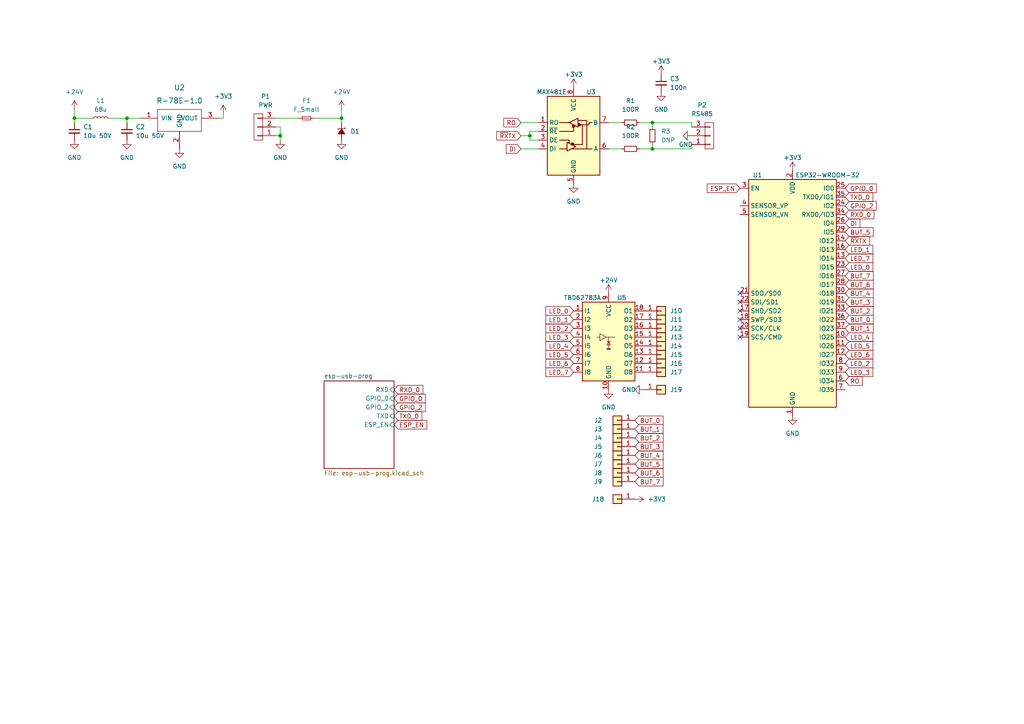
<source format=kicad_sch>
(kicad_sch (version 20210621) (generator eeschema)
  (paper "A4")
  (lib_symbols
    (symbol "Connector_Generic:Conn_01x01" (pin_names (offset 1.016) hide)
      (property "Reference" "J" (at 0 2.54 0))
      (property "Value" "Conn_01x01" (at 0 -2.54 0))
      (symbol "Conn_01x01_1_1"
        (rectangle (start -1.27 0.127) (end 0 -0.127) (stroke (width 0.1524)))
        (rectangle (start -1.27 1.27) (end 1.27 -1.27) (stroke (width 0.254)) (fill (type background)))
        (pin passive line (at -5.08 0 0) (length 3.81) (name "Pin_1") (number "1"))
      )
    )
    (symbol "Interface_UART:MAX481E"
      (property "Reference" "U" (at -6.096 11.43 0))
      (property "Value" "MAX481E" (at 0.762 11.43 0))
      (symbol "MAX481E_0_1"
        (circle (center -0.3048 -3.683) (radius 0.3556) (stroke (width 0.254)) (fill (type outline)))
        (circle (center -0.0254 1.4986) (radius 0.3556) (stroke (width 0.254)) (fill (type outline)))
        (circle (center 1.651 1.905) (radius 0.3556) (stroke (width 0.254)) (fill (type outline)))
        (rectangle (start 1.27 3.175) (end 1.27 3.175))
        (rectangle (start -7.62 10.16) (end 7.62 -12.7) (stroke (width 0.254)) (fill (type background)))
        (polyline (pts (xy -4.064 -5.08) (xy -1.905 -5.08)) (stroke (width 0.254)))
        (polyline (pts (xy -4.064 2.54) (xy -1.27 2.54)) (stroke (width 0.254)))
        (polyline (pts (xy -1.27 -3.2004) (xy -1.27 -3.4544)) (stroke (width 0.254)))
        (polyline (pts (xy -0.635 -5.08) (xy 5.334 -5.08)) (stroke (width 0.254)))
        (polyline (pts (xy -4.064 -2.54) (xy -1.27 -2.54) (xy -1.27 -3.175)) (stroke (width 0.254)))
        (polyline (pts (xy 0 1.27) (xy 0 0) (xy -4.064 0)) (stroke (width 0.254)))
        (polyline (pts (xy 1.27 3.175) (xy 3.81 3.175) (xy 3.81 -5.08)) (stroke (width 0.254)))
        (polyline (pts (xy 2.54 1.905) (xy 2.54 -3.81) (xy 0 -3.81)) (stroke (width 0.254)))
        (polyline (pts (xy -1.905 -3.175) (xy -1.905 -5.715) (xy 0.635 -4.445) (xy -1.905 -3.175)) (stroke (width 0.254)))
        (polyline (pts (xy -1.27 2.54) (xy 1.27 3.81) (xy 1.27 1.27) (xy -1.27 2.54)) (stroke (width 0.254)))
        (polyline (pts (xy 1.905 1.905) (xy 4.445 1.905) (xy 4.445 2.54) (xy 5.334 2.54)) (stroke (width 0.254)))
      )
      (symbol "MAX481E_1_1"
        (pin output line (at -10.16 2.54 0) (length 2.54) (name "RO") (number "1"))
        (pin input line (at -10.16 0 0) (length 2.54) (name "~{RE}") (number "2"))
        (pin input line (at -10.16 -2.54 0) (length 2.54) (name "DE") (number "3"))
        (pin input line (at -10.16 -5.08 0) (length 2.54) (name "DI") (number "4"))
        (pin power_in line (at 0 -15.24 90) (length 2.54) (name "GND") (number "5"))
        (pin bidirectional line (at 10.16 -5.08 180) (length 2.54) (name "A") (number "6"))
        (pin bidirectional line (at 10.16 2.54 180) (length 2.54) (name "B") (number "7"))
        (pin power_in line (at 0 12.7 270) (length 2.54) (name "VCC") (number "8"))
      )
    )
    (symbol "RF_Module:ESP32-WROOM-32"
      (property "Reference" "U" (at -12.7 34.29 0))
      (property "Value" "ESP32-WROOM-32" (at 1.27 34.29 0))
      (symbol "ESP32-WROOM-32_0_1"
        (rectangle (start -12.7 33.02) (end 12.7 -33.02) (stroke (width 0.254)) (fill (type background)))
      )
      (symbol "ESP32-WROOM-32_1_1"
        (pin power_in line (at 0 -35.56 90) (length 2.54) (name "GND") (number "1"))
        (pin bidirectional line (at 15.24 -12.7 180) (length 2.54) (name "IO25") (number "10"))
        (pin bidirectional line (at 15.24 -15.24 180) (length 2.54) (name "IO26") (number "11"))
        (pin bidirectional line (at 15.24 -17.78 180) (length 2.54) (name "IO27") (number "12"))
        (pin bidirectional line (at 15.24 10.16 180) (length 2.54) (name "IO14") (number "13"))
        (pin bidirectional line (at 15.24 15.24 180) (length 2.54) (name "IO12") (number "14"))
        (pin passive line (at 0 -35.56 90) (length 2.54) hide (name "GND") (number "15"))
        (pin bidirectional line (at 15.24 12.7 180) (length 2.54) (name "IO13") (number "16"))
        (pin bidirectional line (at -15.24 -5.08 0) (length 2.54) (name "SHD/SD2") (number "17"))
        (pin bidirectional line (at -15.24 -7.62 0) (length 2.54) (name "SWP/SD3") (number "18"))
        (pin bidirectional line (at -15.24 -12.7 0) (length 2.54) (name "SCS/CMD") (number "19"))
        (pin power_in line (at 0 35.56 270) (length 2.54) (name "VDD") (number "2"))
        (pin bidirectional line (at -15.24 -10.16 0) (length 2.54) (name "SCK/CLK") (number "20"))
        (pin bidirectional line (at -15.24 0 0) (length 2.54) (name "SDO/SD0") (number "21"))
        (pin bidirectional line (at -15.24 -2.54 0) (length 2.54) (name "SDI/SD1") (number "22"))
        (pin bidirectional line (at 15.24 7.62 180) (length 2.54) (name "IO15") (number "23"))
        (pin bidirectional line (at 15.24 25.4 180) (length 2.54) (name "IO2") (number "24"))
        (pin bidirectional line (at 15.24 30.48 180) (length 2.54) (name "IO0") (number "25"))
        (pin bidirectional line (at 15.24 20.32 180) (length 2.54) (name "IO4") (number "26"))
        (pin bidirectional line (at 15.24 5.08 180) (length 2.54) (name "IO16") (number "27"))
        (pin bidirectional line (at 15.24 2.54 180) (length 2.54) (name "IO17") (number "28"))
        (pin bidirectional line (at 15.24 17.78 180) (length 2.54) (name "IO5") (number "29"))
        (pin input line (at -15.24 30.48 0) (length 2.54) (name "EN") (number "3"))
        (pin bidirectional line (at 15.24 0 180) (length 2.54) (name "IO18") (number "30"))
        (pin bidirectional line (at 15.24 -2.54 180) (length 2.54) (name "IO19") (number "31"))
        (pin no_connect line (at -12.7 -27.94 0) (length 2.54) hide (name "NC") (number "32"))
        (pin bidirectional line (at 15.24 -5.08 180) (length 2.54) (name "IO21") (number "33"))
        (pin bidirectional line (at 15.24 22.86 180) (length 2.54) (name "RXD0/IO3") (number "34"))
        (pin bidirectional line (at 15.24 27.94 180) (length 2.54) (name "TXD0/IO1") (number "35"))
        (pin bidirectional line (at 15.24 -7.62 180) (length 2.54) (name "IO22") (number "36"))
        (pin bidirectional line (at 15.24 -10.16 180) (length 2.54) (name "IO23") (number "37"))
        (pin passive line (at 0 -35.56 90) (length 2.54) hide (name "GND") (number "38"))
        (pin passive line (at 0 -35.56 90) (length 2.54) hide (name "GND") (number "39"))
        (pin input line (at -15.24 25.4 0) (length 2.54) (name "SENSOR_VP") (number "4"))
        (pin input line (at -15.24 22.86 0) (length 2.54) (name "SENSOR_VN") (number "5"))
        (pin input line (at 15.24 -25.4 180) (length 2.54) (name "IO34") (number "6"))
        (pin input line (at 15.24 -27.94 180) (length 2.54) (name "IO35") (number "7"))
        (pin bidirectional line (at 15.24 -20.32 180) (length 2.54) (name "IO32") (number "8"))
        (pin bidirectional line (at 15.24 -22.86 180) (length 2.54) (name "IO33") (number "9"))
      )
    )
    (symbol "Transistor_Array:TBD62783A"
      (property "Reference" "U" (at -7.62 11.43 0))
      (property "Value" "TBD62783A" (at 1.27 11.43 0))
      (symbol "TBD62783A_0_1"
        (rectangle (start -0.508 -3.302) (end 0.508 -3.556) (fill (type outline)))
        (rectangle (start -7.62 10.16) (end 7.62 -12.7) (stroke (width 0.254)) (fill (type background)))
        (polyline (pts (xy -1.778 -2.794) (xy -1.778 -2.794)) (stroke (width 0.254)))
        (polyline (pts (xy -1.778 -2.032) (xy -1.778 -2.032)) (stroke (width 0.254)))
        (polyline (pts (xy -1.778 -1.27) (xy -1.778 -1.27)) (stroke (width 0.254)))
        (polyline (pts (xy -1.778 1.27) (xy -1.778 1.27)) (stroke (width 0.254)))
        (polyline (pts (xy -1.778 2.032) (xy -1.778 2.032)) (stroke (width 0.254)))
        (polyline (pts (xy -1.778 2.794) (xy -1.778 2.794)) (stroke (width 0.254)))
        (polyline (pts (xy -0.762 0) (xy 1.778 0)))
        (polyline (pts (xy -0.508 -1.27) (xy 0.508 -1.27)))
        (polyline (pts (xy 0 0) (xy 0 -3.302)))
        (polyline (pts (xy 0 0) (xy 0 0)) (stroke (width 0.508)))
        (polyline (pts (xy 0 -1.27) (xy -0.508 -2.286) (xy 0.508 -2.286) (xy 0 -1.27)))
        (polyline (pts (xy -3.302 0) (xy -2.54 0) (xy -2.54 1.016) (xy -0.762 0) (xy -2.54 -1.016) (xy -2.54 0)))
      )
      (symbol "TBD62783A_1_1"
        (pin input line (at -10.16 7.62 0) (length 2.54) (name "I1") (number "1"))
        (pin power_in line (at 0 -15.24 90) (length 2.54) (name "GND") (number "10"))
        (pin open_emitter line (at 10.16 -10.16 180) (length 2.54) (name "O8") (number "11"))
        (pin open_emitter line (at 10.16 -7.62 180) (length 2.54) (name "O7") (number "12"))
        (pin open_emitter line (at 10.16 -5.08 180) (length 2.54) (name "O6") (number "13"))
        (pin open_emitter line (at 10.16 -2.54 180) (length 2.54) (name "O5") (number "14"))
        (pin open_emitter line (at 10.16 0 180) (length 2.54) (name "O4") (number "15"))
        (pin open_emitter line (at 10.16 2.54 180) (length 2.54) (name "O3") (number "16"))
        (pin open_emitter line (at 10.16 5.08 180) (length 2.54) (name "O2") (number "17"))
        (pin open_emitter line (at 10.16 7.62 180) (length 2.54) (name "O1") (number "18"))
        (pin input line (at -10.16 5.08 0) (length 2.54) (name "I2") (number "2"))
        (pin input line (at -10.16 2.54 0) (length 2.54) (name "I3") (number "3"))
        (pin input line (at -10.16 0 0) (length 2.54) (name "I4") (number "4"))
        (pin input line (at -10.16 -2.54 0) (length 2.54) (name "I5") (number "5"))
        (pin input line (at -10.16 -5.08 0) (length 2.54) (name "I6") (number "6"))
        (pin input line (at -10.16 -7.62 0) (length 2.54) (name "I7") (number "7"))
        (pin input line (at -10.16 -10.16 0) (length 2.54) (name "I8") (number "8"))
        (pin power_in line (at 0 12.7 270) (length 2.54) (name "VCC") (number "9"))
      )
    )
    (symbol "power:+24V" (power) (pin_names (offset 0))
      (property "Value" "+24V" (at 0 3.556 0))
      (symbol "+24V_0_1"
        (polyline (pts (xy -0.762 1.27) (xy 0 2.54)))
        (polyline (pts (xy 0 0) (xy 0 2.54)))
        (polyline (pts (xy 0 2.54) (xy 0.762 1.27)))
      )
      (symbol "+24V_1_1"
        (pin power_in line (at 0 0 90) (length 0) hide (name "+24V") (number "1"))
      )
    )
    (symbol "power:+3.3V" (power) (pin_names (offset 0))
      (property "Value" "+3.3V" (at 0 3.556 0))
      (symbol "+3.3V_0_1"
        (polyline (pts (xy -0.762 1.27) (xy 0 2.54)))
        (polyline (pts (xy 0 0) (xy 0 2.54)))
        (polyline (pts (xy 0 2.54) (xy 0.762 1.27)))
      )
      (symbol "+3.3V_1_1"
        (pin power_in line (at 0 0 90) (length 0) hide (name "+3V3") (number "1"))
      )
    )
    (symbol "power:GND" (power) (pin_names (offset 0))
      (property "Value" "GND" (at 0 -3.81 0))
      (symbol "GND_0_1"
        (polyline (pts (xy 0 0) (xy 0 -1.27) (xy 1.27 -1.27) (xy 0 -2.54) (xy -1.27 -1.27) (xy 0 -1.27)))
      )
      (symbol "GND_1_1"
        (pin power_in line (at 0 0 270) (length 0) hide (name "GND") (number "1"))
      )
    )
    (symbol "wazombi:CONN_01X03" (pin_names (offset 1.016) hide)
      (property "Reference" "P" (at 0 5.08 0))
      (property "Value" "CONN_01X03" (at 2.54 0 90))
      (symbol "CONN_01X03_0_1"
        (rectangle (start -1.27 -2.413) (end 0.254 -2.667))
        (rectangle (start -1.27 0.127) (end 0.254 -0.127))
        (rectangle (start -1.27 2.667) (end 0.254 2.413))
        (rectangle (start -1.27 3.81) (end 1.27 -3.81))
      )
      (symbol "CONN_01X03_1_1"
        (pin passive line (at -5.08 2.54 0) (length 3.81) (name "P1") (number "1"))
        (pin passive line (at -5.08 0 0) (length 3.81) (name "P2") (number "2"))
        (pin passive line (at -5.08 -2.54 0) (length 3.81) (name "P3") (number "3"))
      )
    )
    (symbol "wazombi:C_Small" (pin_numbers hide) (pin_names (offset 0.254) hide)
      (property "Reference" "C" (at 0.254 1.778 0))
      (property "Value" "C_Small" (at 0.254 -2.032 0))
      (symbol "C_Small_0_1"
        (polyline (pts (xy -1.524 -0.508) (xy 1.524 -0.508)) (stroke (width 0.3302)))
        (polyline (pts (xy -1.524 0.508) (xy 1.524 0.508)) (stroke (width 0.3048)))
      )
      (symbol "C_Small_1_1"
        (pin passive line (at 0 2.54 270) (length 1.905) (name "~") (number "1"))
        (pin passive line (at 0 -2.54 90) (length 2.032) (name "~") (number "2"))
      )
    )
    (symbol "wazombi:D_Schottky_Small" (pin_numbers hide) (pin_names (offset 0.254) hide)
      (property "Reference" "D" (at -1.27 2.032 0))
      (property "Value" "D_Schottky_Small" (at -7.112 -2.032 0))
      (symbol "D_Schottky_Small_0_1"
        (polyline (pts (xy -0.762 -1.016) (xy -0.762 1.016)))
        (polyline (pts (xy -0.762 -1.016) (xy -0.508 -1.016) (xy -0.508 -0.762)))
        (polyline (pts (xy -0.762 1.016) (xy -1.016 1.016) (xy -1.016 0.762)))
        (polyline (pts (xy 0.762 -1.016) (xy -0.762 0) (xy 0.762 1.016) (xy 0.762 -1.016)) (fill (type outline)))
      )
      (symbol "D_Schottky_Small_1_1"
        (pin passive line (at -2.54 0 0) (length 1.778) (name "K") (number "1"))
        (pin passive line (at 2.54 0 180) (length 1.778) (name "A") (number "2"))
      )
    )
    (symbol "wazombi:F_Small" (pin_numbers hide) (pin_names (offset 0.254) hide)
      (property "Reference" "F" (at -1.016 1.524 0))
      (property "Value" "F_Small" (at -3.048 -1.524 0))
      (symbol "F_Small_0_1"
        (rectangle (start -1.27 0.508) (end 1.27 -0.508))
        (polyline (pts (xy -1.27 0) (xy 1.27 0)))
      )
      (symbol "F_Small_1_1"
        (pin passive line (at -2.54 0 0) (length 1.27) (name "~") (number "1"))
        (pin passive line (at 2.54 0 180) (length 1.27) (name "~") (number "2"))
      )
    )
    (symbol "wazombi:L_Small" (pin_numbers hide) (pin_names (offset 0.254) hide)
      (property "Reference" "L" (at 0.762 1.016 0))
      (property "Value" "L_Small" (at 0.762 -1.016 0))
      (symbol "L_Small_0_1"
        (arc (start 0 -2.032) (end 0 -1.016) (radius (at 0 -1.524) (length 0.508) (angles -89.9 89.9)))
        (arc (start 0 -1.016) (end 0 0) (radius (at 0 -0.508) (length 0.508) (angles -89.9 89.9)))
        (arc (start 0 0) (end 0 1.016) (radius (at 0 0.508) (length 0.508) (angles -89.9 89.9)))
        (arc (start 0 1.016) (end 0 2.032) (radius (at 0 1.524) (length 0.508) (angles -89.9 89.9)))
      )
      (symbol "L_Small_1_1"
        (pin passive line (at 0 2.54 270) (length 0.508) (name "~") (number "1"))
        (pin passive line (at 0 -2.54 90) (length 0.508) (name "~") (number "2"))
      )
    )
    (symbol "wazombi:R-78E-1.0" (pin_names (offset 1.016))
      (property "Reference" "U" (at 0 3.81 0))
      (property "Value" "R-78E-1.0" (at 7.62 -5.08 0))
      (symbol "R-78E-1.0_0_1"
        (rectangle (start -6.35 -3.81) (end 6.35 2.54))
      )
      (symbol "R-78E-1.0_1_1"
        (pin input line (at -11.43 0 0) (length 5.08) (name "VIN") (number "1"))
        (pin input line (at 0 -8.89 90) (length 5.08) (name "GND") (number "2"))
        (pin input line (at 11.43 0 180) (length 5.08) (name "VOUT") (number "3"))
      )
    )
    (symbol "wazombi:R_Small" (pin_numbers hide) (pin_names (offset 0.254) hide)
      (property "Reference" "R" (at 0.762 0.508 0))
      (property "Value" "R_Small" (at 0.762 -1.016 0))
      (symbol "R_Small_0_1"
        (rectangle (start -0.762 1.778) (end 0.762 -1.778) (stroke (width 0.2032)))
      )
      (symbol "R_Small_1_1"
        (pin passive line (at 0 2.54 270) (length 0.762) (name "~") (number "1"))
        (pin passive line (at 0 -2.54 90) (length 0.762) (name "~") (number "2"))
      )
    )
  )
  (junction (at 21.59 34.29))
  (junction (at 36.83 34.29))
  (junction (at 81.28 39.37))
  (junction (at 99.06 34.29))
  (junction (at 153.67 39.37))
  (junction (at 189.23 35.56))
  (junction (at 189.23 43.18))
  (no_connect (at 214.63 85.09))
  (no_connect (at 214.63 87.63))
  (no_connect (at 214.63 90.17))
  (no_connect (at 214.63 92.71))
  (no_connect (at 214.63 95.25))
  (no_connect (at 214.63 97.79))
  (wire (pts (xy 21.59 31.75) (xy 21.59 34.29)))
  (wire (pts (xy 21.59 34.29) (xy 21.59 35.56)))
  (wire (pts (xy 26.67 34.29) (xy 21.59 34.29)))
  (wire (pts (xy 31.75 34.29) (xy 36.83 34.29)))
  (wire (pts (xy 36.83 34.29) (xy 36.83 35.56)))
  (wire (pts (xy 36.83 34.29) (xy 40.64 34.29)))
  (wire (pts (xy 63.5 34.29) (xy 64.77 34.29)))
  (wire (pts (xy 64.77 34.29) (xy 64.77 33.02)))
  (wire (pts (xy 80.01 34.29) (xy 86.36 34.29)))
  (wire (pts (xy 80.01 36.83) (xy 81.28 36.83)))
  (wire (pts (xy 80.01 39.37) (xy 81.28 39.37)))
  (wire (pts (xy 81.28 36.83) (xy 81.28 39.37)))
  (wire (pts (xy 81.28 39.37) (xy 81.28 40.64)))
  (wire (pts (xy 91.44 34.29) (xy 99.06 34.29)))
  (wire (pts (xy 99.06 34.29) (xy 99.06 31.75)))
  (wire (pts (xy 99.06 34.29) (xy 99.06 35.56)))
  (wire (pts (xy 151.13 35.56) (xy 156.21 35.56)))
  (wire (pts (xy 151.13 43.18) (xy 156.21 43.18)))
  (wire (pts (xy 153.67 38.1) (xy 153.67 39.37)))
  (wire (pts (xy 153.67 39.37) (xy 151.13 39.37)))
  (wire (pts (xy 153.67 40.64) (xy 153.67 39.37)))
  (wire (pts (xy 156.21 38.1) (xy 153.67 38.1)))
  (wire (pts (xy 156.21 40.64) (xy 153.67 40.64)))
  (wire (pts (xy 176.53 35.56) (xy 180.34 35.56)))
  (wire (pts (xy 176.53 43.18) (xy 180.34 43.18)))
  (wire (pts (xy 185.42 35.56) (xy 189.23 35.56)))
  (wire (pts (xy 185.42 43.18) (xy 189.23 43.18)))
  (wire (pts (xy 189.23 35.56) (xy 189.23 36.83)))
  (wire (pts (xy 189.23 35.56) (xy 200.66 35.56)))
  (wire (pts (xy 189.23 43.18) (xy 189.23 41.91)))
  (wire (pts (xy 189.23 43.18) (xy 200.66 43.18)))
  (wire (pts (xy 200.66 36.83) (xy 200.66 35.56)))
  (wire (pts (xy 200.66 41.91) (xy 200.66 43.18)))
  (global_label "RXD_0" (shape input) (at 114.3 113.03 0) (property "Intersheet References" "${INTERSHEET_REFS}" (effects hide)))
  (global_label "GPIO_0" (shape input) (at 114.3 115.57 0) (property "Intersheet References" "${INTERSHEET_REFS}" (effects hide)))
  (global_label "GPIO_2" (shape input) (at 114.3 118.11 0) (property "Intersheet References" "${INTERSHEET_REFS}" (effects hide)))
  (global_label "TXD_0" (shape input) (at 114.3 120.65 0) (property "Intersheet References" "${INTERSHEET_REFS}" (effects hide)))
  (global_label "ESP_EN" (shape input) (at 114.3 123.19 0) (property "Intersheet References" "${INTERSHEET_REFS}" (effects hide)))
  (global_label "RO" (shape input) (at 151.13 35.56 180) (property "Intersheet References" "${INTERSHEET_REFS}" (effects hide)))
  (global_label "~{RX}TX" (shape input) (at 151.13 39.37 180) (property "Intersheet References" "${INTERSHEET_REFS}" (effects hide)))
  (global_label "DI" (shape input) (at 151.13 43.18 180) (property "Intersheet References" "${INTERSHEET_REFS}" (effects hide)))
  (global_label "LED_0" (shape input) (at 166.37 90.17 180) (property "Intersheet References" "${INTERSHEET_REFS}" (effects hide)))
  (global_label "LED_1" (shape input) (at 166.37 92.71 180) (property "Intersheet References" "${INTERSHEET_REFS}" (effects hide)))
  (global_label "LED_2" (shape input) (at 166.37 95.25 180) (property "Intersheet References" "${INTERSHEET_REFS}" (effects hide)))
  (global_label "LED_3" (shape input) (at 166.37 97.79 180) (property "Intersheet References" "${INTERSHEET_REFS}" (effects hide)))
  (global_label "LED_4" (shape input) (at 166.37 100.33 180) (property "Intersheet References" "${INTERSHEET_REFS}" (effects hide)))
  (global_label "LED_5" (shape input) (at 166.37 102.87 180) (property "Intersheet References" "${INTERSHEET_REFS}" (effects hide)))
  (global_label "LED_6" (shape input) (at 166.37 105.41 180) (property "Intersheet References" "${INTERSHEET_REFS}" (effects hide)))
  (global_label "LED_7" (shape input) (at 166.37 107.95 180) (property "Intersheet References" "${INTERSHEET_REFS}" (effects hide)))
  (global_label "BUT_0" (shape input) (at 184.15 121.92 0) (property "Intersheet References" "${INTERSHEET_REFS}" (effects hide)))
  (global_label "BUT_1" (shape input) (at 184.15 124.46 0) (property "Intersheet References" "${INTERSHEET_REFS}" (effects hide)))
  (global_label "BUT_2" (shape input) (at 184.15 127 0) (property "Intersheet References" "${INTERSHEET_REFS}" (effects hide)))
  (global_label "BUT_3" (shape input) (at 184.15 129.54 0) (property "Intersheet References" "${INTERSHEET_REFS}" (effects hide)))
  (global_label "BUT_4" (shape input) (at 184.15 132.08 0) (property "Intersheet References" "${INTERSHEET_REFS}" (effects hide)))
  (global_label "BUT_5" (shape input) (at 184.15 134.62 0) (property "Intersheet References" "${INTERSHEET_REFS}" (effects hide)))
  (global_label "BUT_6" (shape input) (at 184.15 137.16 0) (property "Intersheet References" "${INTERSHEET_REFS}" (effects hide)))
  (global_label "BUT_7" (shape input) (at 184.15 139.7 0) (property "Intersheet References" "${INTERSHEET_REFS}" (effects hide)))
  (global_label "ESP_EN" (shape input) (at 214.63 54.61 180) (property "Intersheet References" "${INTERSHEET_REFS}" (effects hide)))
  (global_label "GPIO_0" (shape input) (at 245.11 54.61 0) (property "Intersheet References" "${INTERSHEET_REFS}" (effects hide)))
  (global_label "TXD_0" (shape input) (at 245.11 57.15 0) (property "Intersheet References" "${INTERSHEET_REFS}" (effects hide)))
  (global_label "GPIO_2" (shape input) (at 245.11 59.69 0) (property "Intersheet References" "${INTERSHEET_REFS}" (effects hide)))
  (global_label "RXD_0" (shape input) (at 245.11 62.23 0) (property "Intersheet References" "${INTERSHEET_REFS}" (effects hide)))
  (global_label "DI" (shape input) (at 245.11 64.77 0) (property "Intersheet References" "${INTERSHEET_REFS}" (effects hide)))
  (global_label "BUT_5" (shape input) (at 245.11 67.31 0) (property "Intersheet References" "${INTERSHEET_REFS}" (effects hide)))
  (global_label "~{RX}TX" (shape input) (at 245.11 69.85 0) (property "Intersheet References" "${INTERSHEET_REFS}" (effects hide)))
  (global_label "LED_1" (shape input) (at 245.11 72.39 0) (property "Intersheet References" "${INTERSHEET_REFS}" (effects hide)))
  (global_label "LED_7" (shape input) (at 245.11 74.93 0) (property "Intersheet References" "${INTERSHEET_REFS}" (effects hide)))
  (global_label "LED_0" (shape input) (at 245.11 77.47 0) (property "Intersheet References" "${INTERSHEET_REFS}" (effects hide)))
  (global_label "BUT_7" (shape input) (at 245.11 80.01 0) (property "Intersheet References" "${INTERSHEET_REFS}" (effects hide)))
  (global_label "BUT_6" (shape input) (at 245.11 82.55 0) (property "Intersheet References" "${INTERSHEET_REFS}" (effects hide)))
  (global_label "BUT_4" (shape input) (at 245.11 85.09 0) (property "Intersheet References" "${INTERSHEET_REFS}" (effects hide)))
  (global_label "BUT_3" (shape input) (at 245.11 87.63 0) (property "Intersheet References" "${INTERSHEET_REFS}" (effects hide)))
  (global_label "BUT_2" (shape input) (at 245.11 90.17 0) (property "Intersheet References" "${INTERSHEET_REFS}" (effects hide)))
  (global_label "BUT_0" (shape input) (at 245.11 92.71 0) (property "Intersheet References" "${INTERSHEET_REFS}" (effects hide)))
  (global_label "BUT_1" (shape input) (at 245.11 95.25 0) (property "Intersheet References" "${INTERSHEET_REFS}" (effects hide)))
  (global_label "LED_4" (shape input) (at 245.11 97.79 0) (property "Intersheet References" "${INTERSHEET_REFS}" (effects hide)))
  (global_label "LED_5" (shape input) (at 245.11 100.33 0) (property "Intersheet References" "${INTERSHEET_REFS}" (effects hide)))
  (global_label "LED_6" (shape input) (at 245.11 102.87 0) (property "Intersheet References" "${INTERSHEET_REFS}" (effects hide)))
  (global_label "LED_2" (shape input) (at 245.11 105.41 0) (property "Intersheet References" "${INTERSHEET_REFS}" (effects hide)))
  (global_label "LED_3" (shape input) (at 245.11 107.95 0) (property "Intersheet References" "${INTERSHEET_REFS}" (effects hide)))
  (global_label "RO" (shape input) (at 245.11 110.49 0) (property "Intersheet References" "${INTERSHEET_REFS}" (effects hide)))
  (symbol (lib_id "power:+24V") (at 21.59 31.75 0) (unit 1)
    (property "Reference" "#PWR0111" (effects hide))
    (property "Value" "+24V" (at 21.59 26.67 0))
  )
  (symbol (lib_id "power:+3.3V") (at 64.77 33.02 0) (unit 1)
    (property "Reference" "#PWR0113" (effects hide))
    (property "Value" "+3.3V" (at 64.77 27.94 0))
  )
  (symbol (lib_id "power:+24V") (at 99.06 31.75 0) (unit 1)
    (property "Reference" "#PWR0115" (effects hide))
    (property "Value" "+24V" (at 99.06 26.67 0))
  )
  (symbol (lib_id "power:+3.3V") (at 166.37 25.4 0) (unit 1)
    (property "Reference" "#PWR0104" (effects hide))
    (property "Value" "+3.3V" (at 166.37 21.59 0))
  )
  (symbol (lib_id "power:+24V") (at 176.53 85.09 0) (unit 1)
    (property "Reference" "#PWR0117" (effects hide))
    (property "Value" "+24V" (at 176.53 81.28 0))
  )
  (symbol (lib_id "power:+3.3V") (at 184.15 144.78 270) (unit 1)
    (property "Reference" "#PWR0119" (effects hide))
    (property "Value" "+3.3V" (at 190.5 144.78 90))
  )
  (symbol (lib_id "power:+3.3V") (at 191.77 21.59 0) (unit 1)
    (property "Reference" "#PWR0102" (effects hide))
    (property "Value" "+3.3V" (at 191.77 17.78 0))
  )
  (symbol (lib_id "power:+3.3V") (at 229.87 49.53 0) (unit 1)
    (property "Reference" "#PWR0105" (effects hide))
    (property "Value" "+3.3V" (at 229.87 45.72 0))
  )
  (symbol (lib_id "wazombi:L_Small") (at 29.21 34.29 90) (unit 1)
    (property "Reference" "L1" (at 29.21 29.21 90))
    (property "Value" "68u" (at 29.21 31.75 90))
    (property "Footprint" "Inductor_SMD:L_6.3x6.3_H3" (effects hide))
  )
  (symbol (lib_id "wazombi:F_Small") (at 88.9 34.29 0) (unit 1)
    (property "Reference" "F1" (at 88.9 29.21 0))
    (property "Value" "F_Small" (at 88.9 31.75 0))
    (property "Footprint" "Fuse:Fuseholder_TR5_Littelfuse_No560_No460" (effects hide))
  )
  (symbol (lib_id "power:GND") (at 21.59 40.64 0) (unit 1)
    (property "Reference" "#PWR0108" (effects hide))
    (property "Value" "GND" (at 21.59 45.72 0))
  )
  (symbol (lib_id "power:GND") (at 36.83 40.64 0) (unit 1)
    (property "Reference" "#PWR0109" (effects hide))
    (property "Value" "GND" (at 36.83 45.72 0))
  )
  (symbol (lib_id "power:GND") (at 52.07 43.18 0) (unit 1)
    (property "Reference" "#PWR0110" (effects hide))
    (property "Value" "GND" (at 52.07 48.26 0))
  )
  (symbol (lib_id "power:GND") (at 81.28 40.64 0) (unit 1)
    (property "Reference" "#PWR0114" (effects hide))
    (property "Value" "GND" (at 81.28 45.72 0))
  )
  (symbol (lib_id "power:GND") (at 99.06 40.64 0) (unit 1)
    (property "Reference" "#PWR0112" (effects hide))
    (property "Value" "GND" (at 99.06 45.72 0))
  )
  (symbol (lib_id "power:GND") (at 166.37 53.34 0) (unit 1)
    (property "Reference" "#PWR0103" (effects hide))
    (property "Value" "GND" (at 166.37 58.42 0))
  )
  (symbol (lib_id "power:GND") (at 176.53 113.03 0) (unit 1)
    (property "Reference" "#PWR0116" (effects hide))
    (property "Value" "GND" (at 176.53 118.11 0))
  )
  (symbol (lib_id "power:GND") (at 186.69 113.03 270) (unit 1)
    (property "Reference" "#PWR0118" (effects hide))
    (property "Value" "GND" (at 180.34 113.0299 90) (effects (justify left)))
  )
  (symbol (lib_id "power:GND") (at 191.77 26.67 0) (unit 1)
    (property "Reference" "#PWR0101" (effects hide))
    (property "Value" "GND" (at 191.77 31.75 0))
  )
  (symbol (lib_id "power:GND") (at 200.66 39.37 270) (unit 1)
    (property "Reference" "#PWR0107" (effects hide))
    (property "Value" "GND" (at 196.85 41.9099 90) (effects (justify left)))
  )
  (symbol (lib_id "power:GND") (at 229.87 120.65 0) (unit 1)
    (property "Reference" "#PWR0106" (effects hide))
    (property "Value" "GND" (at 229.87 125.73 0))
  )
  (symbol (lib_id "wazombi:R_Small") (at 182.88 35.56 90) (unit 1)
    (property "Reference" "R1" (at 182.88 29.21 90))
    (property "Value" "100R" (at 182.88 31.75 90))
    (property "Footprint" "Resistor_SMD:R_0603_1608Metric" (effects hide))
  )
  (symbol (lib_id "wazombi:R_Small") (at 182.88 43.18 90) (unit 1)
    (property "Reference" "R2" (at 182.88 36.83 90))
    (property "Value" "100R" (at 182.88 39.37 90))
    (property "Footprint" "Resistor_SMD:R_0603_1608Metric" (effects hide))
  )
  (symbol (lib_id "wazombi:R_Small") (at 189.23 39.37 180) (unit 1)
    (property "Reference" "R3" (at 191.77 38.0999 0) (effects (justify right)))
    (property "Value" "DNP" (at 191.77 40.6399 0) (effects (justify right)))
    (property "Footprint" "Resistor_SMD:R_0603_1608Metric" (effects hide))
  )
  (symbol (lib_id "wazombi:D_Schottky_Small") (at 99.06 38.1 270) (unit 1)
    (property "Reference" "D1" (at 101.6 38.0999 90) (effects (justify left)))
    (property "Value" "D_Schottky_Small" (effects hide))
    (property "Footprint" "Diode_SMD:D_SMA" (effects hide))
  )
  (symbol (lib_id "Connector_Generic:Conn_01x01") (at 179.07 121.92 180) (unit 1)
    (property "Reference" "J2" (at 173.482 121.92 0))
    (property "Value" "Conn_01x01" (effects hide))
    (property "Footprint" "Connector_PinHeader_2.54mm:PinHeader_1x01_P2.54mm_Vertical" (effects hide))
  )
  (symbol (lib_id "Connector_Generic:Conn_01x01") (at 179.07 124.46 180) (unit 1)
    (property "Reference" "J3" (at 173.482 124.46 0))
    (property "Value" "Conn_01x01" (effects hide))
    (property "Footprint" "Connector_PinHeader_2.54mm:PinHeader_1x01_P2.54mm_Vertical" (effects hide))
  )
  (symbol (lib_id "Connector_Generic:Conn_01x01") (at 179.07 127 180) (unit 1)
    (property "Reference" "J4" (at 173.482 127 0))
    (property "Value" "Conn_01x01" (effects hide))
    (property "Footprint" "Connector_PinHeader_2.54mm:PinHeader_1x01_P2.54mm_Vertical" (effects hide))
  )
  (symbol (lib_id "Connector_Generic:Conn_01x01") (at 179.07 129.54 180) (unit 1)
    (property "Reference" "J5" (at 173.482 129.54 0))
    (property "Value" "Conn_01x01" (effects hide))
    (property "Footprint" "Connector_PinHeader_2.54mm:PinHeader_1x01_P2.54mm_Vertical" (effects hide))
  )
  (symbol (lib_id "Connector_Generic:Conn_01x01") (at 179.07 132.08 180) (unit 1)
    (property "Reference" "J6" (at 173.482 132.08 0))
    (property "Value" "Conn_01x01" (effects hide))
    (property "Footprint" "Connector_PinHeader_2.54mm:PinHeader_1x01_P2.54mm_Vertical" (effects hide))
  )
  (symbol (lib_id "Connector_Generic:Conn_01x01") (at 179.07 134.62 180) (unit 1)
    (property "Reference" "J7" (at 173.482 134.62 0))
    (property "Value" "Conn_01x01" (effects hide))
    (property "Footprint" "Connector_PinHeader_2.54mm:PinHeader_1x01_P2.54mm_Vertical" (effects hide))
  )
  (symbol (lib_id "Connector_Generic:Conn_01x01") (at 179.07 137.16 180) (unit 1)
    (property "Reference" "J8" (at 173.482 137.16 0))
    (property "Value" "Conn_01x01" (effects hide))
    (property "Footprint" "Connector_PinHeader_2.54mm:PinHeader_1x01_P2.54mm_Vertical" (effects hide))
  )
  (symbol (lib_id "Connector_Generic:Conn_01x01") (at 179.07 139.7 180) (unit 1)
    (property "Reference" "J9" (at 173.482 139.7 0))
    (property "Value" "Conn_01x01" (effects hide))
    (property "Footprint" "Connector_PinHeader_2.54mm:PinHeader_1x01_P2.54mm_Vertical" (effects hide))
  )
  (symbol (lib_id "Connector_Generic:Conn_01x01") (at 179.07 144.78 180) (unit 1)
    (property "Reference" "J18" (at 173.482 144.78 0))
    (property "Value" "Conn_01x01" (effects hide))
    (property "Footprint" "Connector_PinHeader_2.54mm:PinHeader_1x01_P2.54mm_Vertical" (effects hide))
  )
  (symbol (lib_id "Connector_Generic:Conn_01x01") (at 191.77 90.17 0) (unit 1)
    (property "Reference" "J10" (at 194.31 90.1699 0) (effects (justify left)))
    (property "Value" "Conn_01x01" (effects hide))
    (property "Footprint" "Connector_PinHeader_2.54mm:PinHeader_1x01_P2.54mm_Vertical" (effects hide))
  )
  (symbol (lib_id "Connector_Generic:Conn_01x01") (at 191.77 92.71 0) (unit 1)
    (property "Reference" "J11" (at 194.31 92.7099 0) (effects (justify left)))
    (property "Value" "Conn_01x01" (effects hide))
    (property "Footprint" "Connector_PinHeader_2.54mm:PinHeader_1x01_P2.54mm_Vertical" (effects hide))
  )
  (symbol (lib_id "Connector_Generic:Conn_01x01") (at 191.77 95.25 0) (unit 1)
    (property "Reference" "J12" (at 194.31 95.2499 0) (effects (justify left)))
    (property "Value" "Conn_01x01" (effects hide))
    (property "Footprint" "Connector_PinHeader_2.54mm:PinHeader_1x01_P2.54mm_Vertical" (effects hide))
  )
  (symbol (lib_id "Connector_Generic:Conn_01x01") (at 191.77 97.79 0) (unit 1)
    (property "Reference" "J13" (at 194.31 97.7899 0) (effects (justify left)))
    (property "Value" "Conn_01x01" (effects hide))
    (property "Footprint" "Connector_PinHeader_2.54mm:PinHeader_1x01_P2.54mm_Vertical" (effects hide))
  )
  (symbol (lib_id "Connector_Generic:Conn_01x01") (at 191.77 100.33 0) (unit 1)
    (property "Reference" "J14" (at 194.31 100.3299 0) (effects (justify left)))
    (property "Value" "Conn_01x01" (effects hide))
    (property "Footprint" "Connector_PinHeader_2.54mm:PinHeader_1x01_P2.54mm_Vertical" (effects hide))
  )
  (symbol (lib_id "Connector_Generic:Conn_01x01") (at 191.77 102.87 0) (unit 1)
    (property "Reference" "J15" (at 194.31 102.8699 0) (effects (justify left)))
    (property "Value" "Conn_01x01" (effects hide))
    (property "Footprint" "Connector_PinHeader_2.54mm:PinHeader_1x01_P2.54mm_Vertical" (effects hide))
  )
  (symbol (lib_id "Connector_Generic:Conn_01x01") (at 191.77 105.41 0) (unit 1)
    (property "Reference" "J16" (at 194.31 105.4099 0) (effects (justify left)))
    (property "Value" "Conn_01x01" (effects hide))
    (property "Footprint" "Connector_PinHeader_2.54mm:PinHeader_1x01_P2.54mm_Vertical" (effects hide))
  )
  (symbol (lib_id "Connector_Generic:Conn_01x01") (at 191.77 107.95 0) (unit 1)
    (property "Reference" "J17" (at 194.31 107.9499 0) (effects (justify left)))
    (property "Value" "Conn_01x01" (effects hide))
    (property "Footprint" "Connector_PinHeader_2.54mm:PinHeader_1x01_P2.54mm_Vertical" (effects hide))
  )
  (symbol (lib_id "Connector_Generic:Conn_01x01") (at 191.77 113.03 0) (unit 1)
    (property "Reference" "J19" (at 194.31 113.0299 0) (effects (justify left)))
    (property "Value" "Conn_01x01" (effects hide))
    (property "Footprint" "Connector_PinHeader_2.54mm:PinHeader_1x01_P2.54mm_Vertical" (effects hide))
  )
  (symbol (lib_id "wazombi:C_Small") (at 21.59 38.1 0) (unit 1)
    (property "Reference" "C1" (at 24.13 36.8299 0) (effects (justify left)))
    (property "Value" "10u 50V" (at 24.13 39.3699 0) (effects (justify left)))
    (property "Footprint" "Capacitor_SMD:C_1210_3225Metric" (effects hide))
  )
  (symbol (lib_id "wazombi:C_Small") (at 36.83 38.1 0) (unit 1)
    (property "Reference" "C2" (at 39.37 36.8299 0) (effects (justify left)))
    (property "Value" "10u 50V" (at 39.37 39.3699 0) (effects (justify left)))
    (property "Footprint" "Capacitor_SMD:C_1210_3225Metric" (effects hide))
  )
  (symbol (lib_id "wazombi:C_Small") (at 191.77 24.13 0) (unit 1)
    (property "Reference" "C3" (at 194.31 22.8599 0) (effects (justify left)))
    (property "Value" "100n" (at 194.31 25.3999 0) (effects (justify left)))
    (property "Footprint" "Capacitor_SMD:C_0603_1608Metric" (effects hide))
  )
  (symbol (lib_id "wazombi:CONN_01X03") (at 74.93 36.83 180) (unit 1)
    (property "Reference" "P1" (at 77.0255 27.94 0))
    (property "Value" "PWR" (at 77.0255 30.48 0))
    (property "Footprint" "Connector_PinHeader_2.54mm:PinHeader_1x03_P2.54mm_Vertical" (effects hide))
  )
  (symbol (lib_id "wazombi:CONN_01X03") (at 205.74 39.37 0) (mirror x) (unit 1)
    (property "Reference" "P2" (at 203.6445 30.48 0))
    (property "Value" "RS485" (at 203.6445 33.02 0))
    (property "Footprint" "Connector_PinHeader_2.54mm:PinHeader_1x03_P2.54mm_Vertical" (effects hide))
  )
  (symbol (lib_id "wazombi:R-78E-1.0") (at 52.07 34.29 0) (unit 1)
    (property "Reference" "U2" (at 52.07 25.4 0) (effects (font (size 1.524 1.524))))
    (property "Value" "R-78E-1.0" (at 52.07 29.21 0) (effects (font (size 1.524 1.524))))
    (property "Footprint" "wazombi_kicad:R-78E-1.0" (effects hide))
    (property "Datasheet" "http://www.mouser.com/ds/2/468/R-78Exx-1.0-958279.pdf" (effects hide))
    (property "Price" "2.93€ @ 100pcs" (effects hide))
    (property "Notes" "?" (effects hide))
    (property "Source" "http://www.mouser.ee/ProductDetail/RECOM-Power/R-78E33-10/?qs=sGAEpiMZZMsc0tfZmXiUnbaEjpYStdRIFUgifFXFkklVvzJFhjySMg%3d%3d" (effects hide))
  )
  (symbol (lib_id "Interface_UART:MAX481E") (at 166.37 38.1 0) (unit 1)
    (property "Reference" "U3" (at 171.45 26.67 0))
    (property "Value" "MAX481E" (at 160.02 26.67 0))
    (property "Footprint" "Package_SO:SO-8_3.9x4.9mm_P1.27mm" (effects hide))
    (property "Datasheet" "https://datasheets.maximintegrated.com/en/ds/MAX1487E-MAX491E.pdf" (effects hide))
  )
  (symbol (lib_id "Transistor_Array:TBD62783A") (at 176.53 97.79 0) (unit 1)
    (property "Reference" "U5" (at 180.34 86.36 0))
    (property "Value" "TBD62783A" (at 168.91 86.36 0))
    (property "Footprint" "Package_SO:SOP-18_7x12.5mm_P1.27mm" (effects hide))
    (property "Datasheet" "http://toshiba.semicon-storage.com/info/docget.jsp?did=30523&prodName=TBD62783APG" (effects hide))
  )
  (symbol (lib_id "RF_Module:ESP32-WROOM-32") (at 229.87 85.09 0) (unit 1)
    (property "Reference" "U1" (at 219.71 50.8 0))
    (property "Value" "ESP32-WROOM-32" (at 240.03 50.8 0))
    (property "Footprint" "RF_Module:ESP32-WROOM-32" (effects hide))
    (property "Datasheet" "https://www.espressif.com/sites/default/files/documentation/esp32-wroom-32_datasheet_en.pdf" (effects hide))
  )
  (sheet (at 93.98 110.49) (size 20.32 25.4) (stroke (width 0.1524))
    (property "Sheet name" "esp-usb-prog" (at 93.98 109.7784 0) (effects (justify left bottom)))
    (property "Sheet file" "esp-usb-prog.kicad_sch" (at 93.98 136.4746 0) (effects (justify left top)))
    (pin "RXD" input (at 114.3 113.03 0))
    (pin "GPIO_0" input (at 114.3 115.57 0))
    (pin "GPIO_2" input (at 114.3 118.11 0))
    (pin "TXD" input (at 114.3 120.65 0))
    (pin "ESP_EN" input (at 114.3 123.19 0))
  )
)
</source>
